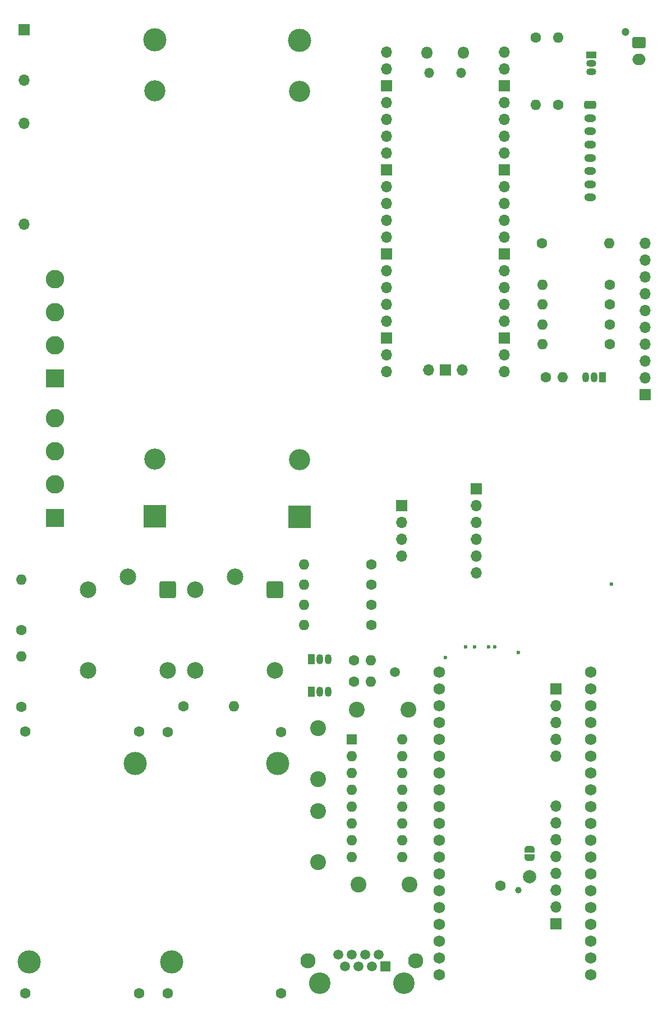
<source format=gbs>
G04 #@! TF.GenerationSoftware,KiCad,Pcbnew,8.0.4-8.0.4-0~ubuntu22.04.1*
G04 #@! TF.CreationDate,2024-09-04T15:26:38-06:00*
G04 #@! TF.ProjectId,modulargas,6d6f6475-6c61-4726-9761-732e6b696361,rev?*
G04 #@! TF.SameCoordinates,Original*
G04 #@! TF.FileFunction,Soldermask,Bot*
G04 #@! TF.FilePolarity,Negative*
%FSLAX46Y46*%
G04 Gerber Fmt 4.6, Leading zero omitted, Abs format (unit mm)*
G04 Created by KiCad (PCBNEW 8.0.4-8.0.4-0~ubuntu22.04.1) date 2024-09-04 15:26:38*
%MOMM*%
%LPD*%
G01*
G04 APERTURE LIST*
G04 Aperture macros list*
%AMRoundRect*
0 Rectangle with rounded corners*
0 $1 Rounding radius*
0 $2 $3 $4 $5 $6 $7 $8 $9 X,Y pos of 4 corners*
0 Add a 4 corners polygon primitive as box body*
4,1,4,$2,$3,$4,$5,$6,$7,$8,$9,$2,$3,0*
0 Add four circle primitives for the rounded corners*
1,1,$1+$1,$2,$3*
1,1,$1+$1,$4,$5*
1,1,$1+$1,$6,$7*
1,1,$1+$1,$8,$9*
0 Add four rect primitives between the rounded corners*
20,1,$1+$1,$2,$3,$4,$5,0*
20,1,$1+$1,$4,$5,$6,$7,0*
20,1,$1+$1,$6,$7,$8,$9,0*
20,1,$1+$1,$8,$9,$2,$3,0*%
%AMFreePoly0*
4,1,19,0.500000,-0.750000,0.000000,-0.750000,0.000000,-0.744911,-0.071157,-0.744911,-0.207708,-0.704816,-0.327430,-0.627875,-0.420627,-0.520320,-0.479746,-0.390866,-0.500000,-0.250000,-0.500000,0.250000,-0.479746,0.390866,-0.420627,0.520320,-0.327430,0.627875,-0.207708,0.704816,-0.071157,0.744911,0.000000,0.744911,0.000000,0.750000,0.500000,0.750000,0.500000,-0.750000,0.500000,-0.750000,
$1*%
%AMFreePoly1*
4,1,19,0.000000,0.744911,0.071157,0.744911,0.207708,0.704816,0.327430,0.627875,0.420627,0.520320,0.479746,0.390866,0.500000,0.250000,0.500000,-0.250000,0.479746,-0.390866,0.420627,-0.520320,0.327430,-0.627875,0.207708,-0.704816,0.071157,-0.744911,0.000000,-0.744911,0.000000,-0.750000,-0.500000,-0.750000,-0.500000,0.750000,0.000000,0.750000,0.000000,0.744911,0.000000,0.744911,
$1*%
G04 Aperture macros list end*
%ADD10C,1.600000*%
%ADD11O,1.600000X1.600000*%
%ADD12R,1.700000X1.700000*%
%ADD13O,1.700000X1.700000*%
%ADD14C,2.500000*%
%ADD15RoundRect,0.250000X-1.000000X1.000000X-1.000000X-1.000000X1.000000X-1.000000X1.000000X1.000000X0*%
%ADD16C,2.400000*%
%ADD17R,1.050000X1.500000*%
%ADD18O,1.050000X1.500000*%
%ADD19C,1.200000*%
%ADD20RoundRect,0.250000X-0.750000X0.600000X-0.750000X-0.600000X0.750000X-0.600000X0.750000X0.600000X0*%
%ADD21O,2.000000X1.700000*%
%ADD22R,1.600000X1.600000*%
%ADD23RoundRect,0.250000X-0.650000X0.350000X-0.650000X-0.350000X0.650000X-0.350000X0.650000X0.350000X0*%
%ADD24O,1.800000X1.200000*%
%ADD25C,3.500000*%
%ADD26R,2.800000X2.800000*%
%ADD27C,2.800000*%
%ADD28C,3.200000*%
%ADD29R,3.500000X3.500000*%
%ADD30O,1.800000X1.800000*%
%ADD31O,1.500000X1.500000*%
%ADD32C,3.250000*%
%ADD33R,1.500000X1.500000*%
%ADD34C,1.500000*%
%ADD35C,2.300000*%
%ADD36C,1.728000*%
%ADD37R,1.500000X1.050000*%
%ADD38O,1.500000X1.050000*%
%ADD39FreePoly0,270.000000*%
%ADD40FreePoly1,270.000000*%
%ADD41C,2.000000*%
%ADD42C,1.000000*%
%ADD43C,0.600000*%
G04 APERTURE END LIST*
D10*
X94180000Y-139900000D03*
D11*
X101800000Y-139900000D03*
D12*
X70150000Y-37722500D03*
D13*
X70150000Y-45322500D03*
X70150000Y-51862500D03*
X70150000Y-67102500D03*
D14*
X85800000Y-120300000D03*
X91800000Y-134500000D03*
X79800000Y-134500000D03*
D15*
X91800000Y-122300000D03*
D14*
X79800000Y-122300000D03*
D16*
X114550000Y-143150000D03*
X114550000Y-150900000D03*
D17*
X113510000Y-132750000D03*
D18*
X114780000Y-132750000D03*
X116050000Y-132750000D03*
D10*
X148860000Y-90150000D03*
D11*
X151400000Y-90150000D03*
D12*
X138400000Y-107080000D03*
D13*
X138400000Y-109620000D03*
X138400000Y-112160000D03*
X138400000Y-114700000D03*
X138400000Y-117240000D03*
X138400000Y-119780000D03*
D10*
X119910000Y-136200000D03*
D11*
X122450000Y-136200000D03*
D19*
X160900000Y-38050000D03*
D20*
X162900000Y-39650000D03*
D21*
X162900000Y-42150000D03*
D17*
X157450000Y-90200000D03*
D18*
X156180000Y-90200000D03*
X154910000Y-90200000D03*
D22*
X119575000Y-144900000D03*
D11*
X119575000Y-147440000D03*
X119575000Y-149980000D03*
X119575000Y-152520000D03*
X119575000Y-155060000D03*
X119575000Y-157600000D03*
X119575000Y-160140000D03*
X119575000Y-162680000D03*
X127195000Y-162680000D03*
X127195000Y-160140000D03*
X127195000Y-157600000D03*
X127195000Y-155060000D03*
X127195000Y-152520000D03*
X127195000Y-149980000D03*
X127195000Y-147440000D03*
X127195000Y-144900000D03*
D10*
X158500000Y-82200000D03*
D11*
X148340000Y-82200000D03*
D23*
X155600000Y-49050000D03*
D24*
X155600000Y-51050000D03*
X155600000Y-53050000D03*
X155600000Y-55050000D03*
X155600000Y-57050000D03*
X155600000Y-59050000D03*
X155600000Y-61050000D03*
X155600000Y-63050000D03*
D16*
X120350000Y-140400000D03*
X128100000Y-140400000D03*
D10*
X122560000Y-124550000D03*
D11*
X112400000Y-124550000D03*
D10*
X108948000Y-143750000D03*
X91800000Y-143750000D03*
X91800000Y-183247000D03*
X108948000Y-183247000D03*
D25*
X108373500Y-148512500D03*
X92371500Y-178484500D03*
D10*
X122560000Y-127600000D03*
D11*
X112400000Y-127600000D03*
D12*
X150400000Y-137250000D03*
D13*
X150400000Y-139790000D03*
X150400000Y-142330000D03*
X150400000Y-144870000D03*
X150400000Y-147410000D03*
D10*
X158500000Y-76200000D03*
D11*
X148340000Y-76200000D03*
D14*
X101950000Y-120300000D03*
X107950000Y-134500000D03*
X95950000Y-134500000D03*
D15*
X107950000Y-122300000D03*
D14*
X95950000Y-122300000D03*
D10*
X87498000Y-143725000D03*
X70350000Y-143725000D03*
X70350000Y-183222000D03*
X87498000Y-183222000D03*
D25*
X86923500Y-148487500D03*
X70921500Y-178459500D03*
D10*
X158500000Y-85200000D03*
D11*
X148340000Y-85200000D03*
D26*
X74775000Y-90400000D03*
D27*
X74775000Y-85400000D03*
X74775000Y-80400000D03*
X74775000Y-75400000D03*
D28*
X89900000Y-102555000D03*
X89900000Y-46945000D03*
D29*
X89900000Y-111200000D03*
D25*
X89900000Y-39200000D03*
D28*
X111750000Y-102650000D03*
X111750000Y-47040000D03*
D29*
X111750000Y-111295000D03*
D25*
X111750000Y-39295000D03*
D12*
X127150000Y-109580000D03*
D13*
X127150000Y-112120000D03*
X127150000Y-114660000D03*
X127150000Y-117200000D03*
D26*
X74775000Y-111400000D03*
D27*
X74775000Y-106400000D03*
X74775000Y-101400000D03*
X74775000Y-96400000D03*
D10*
X148320000Y-69950000D03*
D11*
X158480000Y-69950000D03*
D30*
X130975000Y-41200000D03*
D31*
X131275000Y-44230000D03*
X136125000Y-44230000D03*
D30*
X136425000Y-41200000D03*
D13*
X124810000Y-41070000D03*
X124810000Y-43610000D03*
D12*
X124810000Y-46150000D03*
D13*
X124810000Y-48690000D03*
X124810000Y-51230000D03*
X124810000Y-53770000D03*
X124810000Y-56310000D03*
D12*
X124810000Y-58850000D03*
D13*
X124810000Y-61390000D03*
X124810000Y-63930000D03*
X124810000Y-66470000D03*
X124810000Y-69010000D03*
D12*
X124810000Y-71550000D03*
D13*
X124810000Y-74090000D03*
X124810000Y-76630000D03*
X124810000Y-79170000D03*
X124810000Y-81710000D03*
D12*
X124810000Y-84250000D03*
D13*
X124810000Y-86790000D03*
X124810000Y-89330000D03*
X142590000Y-89330000D03*
X142590000Y-86790000D03*
D12*
X142590000Y-84250000D03*
D13*
X142590000Y-81710000D03*
X142590000Y-79170000D03*
X142590000Y-76630000D03*
X142590000Y-74090000D03*
D12*
X142590000Y-71550000D03*
D13*
X142590000Y-69010000D03*
X142590000Y-66470000D03*
X142590000Y-63930000D03*
X142590000Y-61390000D03*
D12*
X142590000Y-58850000D03*
D13*
X142590000Y-56310000D03*
X142590000Y-53770000D03*
X142590000Y-51230000D03*
X142590000Y-48690000D03*
D12*
X142590000Y-46150000D03*
D13*
X142590000Y-43610000D03*
X142590000Y-41070000D03*
X131160000Y-89100000D03*
D12*
X133700000Y-89100000D03*
D13*
X136240000Y-89100000D03*
D16*
X120575000Y-166825000D03*
X128325000Y-166825000D03*
D12*
X150400000Y-172750000D03*
D13*
X150400000Y-170210000D03*
X150400000Y-167670000D03*
X150400000Y-165130000D03*
X150400000Y-162590000D03*
X150400000Y-160050000D03*
X150400000Y-157510000D03*
X150400000Y-154970000D03*
D10*
X122560000Y-121500000D03*
D11*
X112400000Y-121500000D03*
D10*
X158500000Y-79200000D03*
D11*
X148340000Y-79200000D03*
D16*
X114550000Y-155700000D03*
X114550000Y-163450000D03*
D32*
X127497000Y-181740000D03*
X114797000Y-181740000D03*
D33*
X124707000Y-179200000D03*
D34*
X123691000Y-177420000D03*
X122675000Y-179200000D03*
X121659000Y-177420000D03*
X120643000Y-179200000D03*
X119627000Y-177420000D03*
X118611000Y-179200000D03*
X117595000Y-177420000D03*
D35*
X129277000Y-178310000D03*
X113017000Y-178310000D03*
D36*
X132800000Y-134700000D03*
X132800000Y-137240000D03*
X132800000Y-139780000D03*
X132800000Y-142320000D03*
X132800000Y-144860000D03*
X132800000Y-147400000D03*
X132800000Y-149940000D03*
X132800000Y-152480000D03*
X132800000Y-155020000D03*
X132800000Y-157560000D03*
X132800000Y-160100000D03*
X132800000Y-162640000D03*
X132800000Y-165180000D03*
X132800000Y-167720000D03*
X132800000Y-170260000D03*
X132800000Y-172800000D03*
X132800000Y-175340000D03*
X132800000Y-177880000D03*
X132800000Y-180420000D03*
X155660000Y-134700000D03*
X155660000Y-137240000D03*
X155660000Y-139780000D03*
X155660000Y-142320000D03*
X155660000Y-144860000D03*
X155660000Y-147400000D03*
X155660000Y-149940000D03*
X155660000Y-152480000D03*
X155660000Y-155020000D03*
X155660000Y-157560000D03*
X155660000Y-160100000D03*
X155660000Y-162640000D03*
X155660000Y-165180000D03*
X155660000Y-167720000D03*
X155660000Y-170260000D03*
X155660000Y-172800000D03*
X155660000Y-175340000D03*
X155660000Y-177880000D03*
X155660000Y-180420000D03*
D17*
X113510000Y-137650000D03*
D18*
X114780000Y-137650000D03*
X116050000Y-137650000D03*
D10*
X150750000Y-49050000D03*
D11*
X150750000Y-38890000D03*
D10*
X119910000Y-132950000D03*
D11*
X122450000Y-132950000D03*
D37*
X155700000Y-41500000D03*
D38*
X155700000Y-42770000D03*
X155700000Y-44040000D03*
D10*
X147350000Y-38900000D03*
D11*
X147350000Y-49060000D03*
D12*
X163900000Y-92810000D03*
D13*
X163900000Y-90270000D03*
X163900000Y-87730000D03*
X163900000Y-85190000D03*
X163900000Y-82650000D03*
X163900000Y-80110000D03*
X163900000Y-77570000D03*
X163900000Y-75030000D03*
X163900000Y-72490000D03*
X163900000Y-69950000D03*
D10*
X122560000Y-118450000D03*
D11*
X112400000Y-118450000D03*
D10*
X69700000Y-128410000D03*
D11*
X69700000Y-120790000D03*
D10*
X69700000Y-139970000D03*
D11*
X69700000Y-132350000D03*
D39*
X146450000Y-161450000D03*
D40*
X146450000Y-162750000D03*
D34*
X126100000Y-134700000D03*
D41*
X146450000Y-165650000D03*
D10*
X142000000Y-167000000D03*
D42*
X144700000Y-167675000D03*
D43*
X140250000Y-130900000D03*
X141150000Y-130900000D03*
X138100000Y-130900000D03*
X136800000Y-130900000D03*
X133750000Y-132500000D03*
X144750000Y-131750000D03*
X158762500Y-121437500D03*
M02*

</source>
